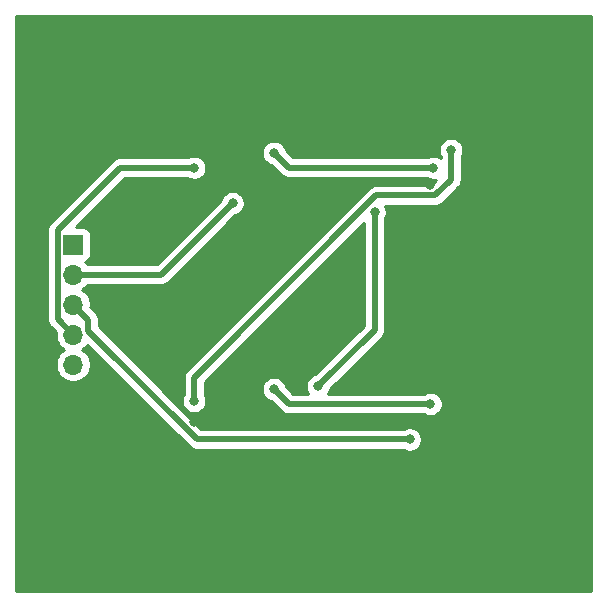
<source format=gbr>
G04 #@! TF.GenerationSoftware,KiCad,Pcbnew,5.1.9+dfsg1-1~bpo10+1*
G04 #@! TF.CreationDate,2021-09-26T19:00:04+00:00*
G04 #@! TF.ProjectId,ws2813-breakout,77733238-3133-42d6-9272-65616b6f7574,rev?*
G04 #@! TF.SameCoordinates,Original*
G04 #@! TF.FileFunction,Copper,L2,Bot*
G04 #@! TF.FilePolarity,Positive*
%FSLAX46Y46*%
G04 Gerber Fmt 4.6, Leading zero omitted, Abs format (unit mm)*
G04 Created by KiCad (PCBNEW 5.1.9+dfsg1-1~bpo10+1) date 2021-09-26 19:00:04*
%MOMM*%
%LPD*%
G01*
G04 APERTURE LIST*
G04 #@! TA.AperFunction,ComponentPad*
%ADD10R,1.700000X1.700000*%
G04 #@! TD*
G04 #@! TA.AperFunction,ComponentPad*
%ADD11O,1.700000X1.700000*%
G04 #@! TD*
G04 #@! TA.AperFunction,ComponentPad*
%ADD12C,5.500000*%
G04 #@! TD*
G04 #@! TA.AperFunction,ViaPad*
%ADD13C,0.800000*%
G04 #@! TD*
G04 #@! TA.AperFunction,Conductor*
%ADD14C,0.500000*%
G04 #@! TD*
G04 #@! TA.AperFunction,Conductor*
%ADD15C,0.254000*%
G04 #@! TD*
G04 #@! TA.AperFunction,Conductor*
%ADD16C,0.100000*%
G04 #@! TD*
G04 APERTURE END LIST*
D10*
X105500000Y-120000000D03*
D11*
X105500000Y-122540000D03*
X105500000Y-125080000D03*
X105500000Y-127620000D03*
X105500000Y-130160000D03*
X105500000Y-132700000D03*
D12*
X105000000Y-145000000D03*
X145000000Y-145000000D03*
X145000000Y-105000000D03*
X105000000Y-105000000D03*
D13*
X115750000Y-135000000D03*
X135750000Y-135000000D03*
X135750000Y-115000000D03*
X115750000Y-115000000D03*
X115750000Y-113500000D03*
X119000000Y-116500000D03*
X122500000Y-112250000D03*
X136000000Y-113500000D03*
X126250000Y-132000000D03*
X131021040Y-117271040D03*
X115750000Y-133250000D03*
X137500000Y-112000000D03*
X122500000Y-132250000D03*
X135750000Y-133500000D03*
X134000000Y-136500000D03*
D14*
X104199999Y-126319999D02*
X105500000Y-127620000D01*
X104199999Y-118789999D02*
X104199999Y-126319999D01*
X109489998Y-113500000D02*
X104199999Y-118789999D01*
X115750000Y-113500000D02*
X109489998Y-113500000D01*
X112960000Y-122540000D02*
X119000000Y-116500000D01*
X105500000Y-122540000D02*
X112960000Y-122540000D01*
X123750000Y-113500000D02*
X136000000Y-113500000D01*
X122500000Y-112250000D02*
X123750000Y-113500000D01*
X131021040Y-127228960D02*
X131021040Y-117271040D01*
X126250000Y-132000000D02*
X131021040Y-127228960D01*
X137500000Y-114508002D02*
X137500000Y-112000000D01*
X136158001Y-115850001D02*
X137500000Y-114508002D01*
X131184077Y-115850001D02*
X136158001Y-115850001D01*
X115750000Y-131284078D02*
X131184077Y-115850001D01*
X115750000Y-133250000D02*
X115750000Y-131284078D01*
X123750000Y-133500000D02*
X135750000Y-133500000D01*
X122500000Y-132250000D02*
X123750000Y-133500000D01*
X106800001Y-126380001D02*
X105500000Y-125080000D01*
X115991998Y-136500000D02*
X106800001Y-127308003D01*
X106800001Y-127308003D02*
X106800001Y-126380001D01*
X134000000Y-136500000D02*
X115991998Y-136500000D01*
D15*
X149340001Y-149340000D02*
X100660000Y-149340000D01*
X100660000Y-118789999D01*
X103310718Y-118789999D01*
X103314999Y-118833468D01*
X103315000Y-126276520D01*
X103310718Y-126319999D01*
X103327804Y-126493489D01*
X103378411Y-126660312D01*
X103460589Y-126814058D01*
X103543467Y-126915045D01*
X103543470Y-126915048D01*
X103571183Y-126948816D01*
X103604950Y-126976528D01*
X104029461Y-127401039D01*
X104015000Y-127473740D01*
X104015000Y-127766260D01*
X104072068Y-128053158D01*
X104184010Y-128323411D01*
X104346525Y-128566632D01*
X104553368Y-128773475D01*
X104727760Y-128890000D01*
X104553368Y-129006525D01*
X104346525Y-129213368D01*
X104184010Y-129456589D01*
X104072068Y-129726842D01*
X104015000Y-130013740D01*
X104015000Y-130306260D01*
X104072068Y-130593158D01*
X104184010Y-130863411D01*
X104346525Y-131106632D01*
X104553368Y-131313475D01*
X104796589Y-131475990D01*
X105066842Y-131587932D01*
X105353740Y-131645000D01*
X105646260Y-131645000D01*
X105933158Y-131587932D01*
X106203411Y-131475990D01*
X106446632Y-131313475D01*
X106653475Y-131106632D01*
X106815990Y-130863411D01*
X106927932Y-130593158D01*
X106985000Y-130306260D01*
X106985000Y-130013740D01*
X106927932Y-129726842D01*
X106815990Y-129456589D01*
X106653475Y-129213368D01*
X106446632Y-129006525D01*
X106272240Y-128890000D01*
X106446632Y-128773475D01*
X106653475Y-128566632D01*
X106714989Y-128474569D01*
X115335468Y-137095049D01*
X115363181Y-137128817D01*
X115396949Y-137156530D01*
X115396951Y-137156532D01*
X115497939Y-137239411D01*
X115651685Y-137321589D01*
X115818508Y-137372195D01*
X115948521Y-137385000D01*
X115948529Y-137385000D01*
X115991998Y-137389281D01*
X116035467Y-137385000D01*
X133461546Y-137385000D01*
X133509744Y-137417205D01*
X133698102Y-137495226D01*
X133898061Y-137535000D01*
X134101939Y-137535000D01*
X134301898Y-137495226D01*
X134490256Y-137417205D01*
X134659774Y-137303937D01*
X134803937Y-137159774D01*
X134917205Y-136990256D01*
X134995226Y-136801898D01*
X135035000Y-136601939D01*
X135035000Y-136398061D01*
X134995226Y-136198102D01*
X134917205Y-136009744D01*
X134803937Y-135840226D01*
X134659774Y-135696063D01*
X134490256Y-135582795D01*
X134301898Y-135504774D01*
X134101939Y-135465000D01*
X133898061Y-135465000D01*
X133698102Y-135504774D01*
X133509744Y-135582795D01*
X133461546Y-135615000D01*
X116358577Y-135615000D01*
X113891638Y-133148061D01*
X114715000Y-133148061D01*
X114715000Y-133351939D01*
X114754774Y-133551898D01*
X114832795Y-133740256D01*
X114946063Y-133909774D01*
X115090226Y-134053937D01*
X115259744Y-134167205D01*
X115448102Y-134245226D01*
X115648061Y-134285000D01*
X115851939Y-134285000D01*
X116051898Y-134245226D01*
X116240256Y-134167205D01*
X116409774Y-134053937D01*
X116553937Y-133909774D01*
X116667205Y-133740256D01*
X116745226Y-133551898D01*
X116785000Y-133351939D01*
X116785000Y-133148061D01*
X116745226Y-132948102D01*
X116667205Y-132759744D01*
X116635000Y-132711546D01*
X116635000Y-131650656D01*
X130136041Y-118149616D01*
X130136040Y-126862381D01*
X126004957Y-130993465D01*
X125948102Y-131004774D01*
X125759744Y-131082795D01*
X125590226Y-131196063D01*
X125446063Y-131340226D01*
X125332795Y-131509744D01*
X125254774Y-131698102D01*
X125215000Y-131898061D01*
X125215000Y-132101939D01*
X125254774Y-132301898D01*
X125332795Y-132490256D01*
X125416146Y-132615000D01*
X124116579Y-132615000D01*
X123506535Y-132004957D01*
X123495226Y-131948102D01*
X123417205Y-131759744D01*
X123303937Y-131590226D01*
X123159774Y-131446063D01*
X122990256Y-131332795D01*
X122801898Y-131254774D01*
X122601939Y-131215000D01*
X122398061Y-131215000D01*
X122198102Y-131254774D01*
X122009744Y-131332795D01*
X121840226Y-131446063D01*
X121696063Y-131590226D01*
X121582795Y-131759744D01*
X121504774Y-131948102D01*
X121465000Y-132148061D01*
X121465000Y-132351939D01*
X121504774Y-132551898D01*
X121582795Y-132740256D01*
X121696063Y-132909774D01*
X121840226Y-133053937D01*
X122009744Y-133167205D01*
X122198102Y-133245226D01*
X122254957Y-133256535D01*
X123093470Y-134095049D01*
X123121183Y-134128817D01*
X123154951Y-134156530D01*
X123154953Y-134156532D01*
X123226452Y-134215210D01*
X123255941Y-134239411D01*
X123409687Y-134321589D01*
X123525903Y-134356843D01*
X123576509Y-134372195D01*
X123591306Y-134373652D01*
X123706523Y-134385000D01*
X123706531Y-134385000D01*
X123750000Y-134389281D01*
X123793469Y-134385000D01*
X135211546Y-134385000D01*
X135259744Y-134417205D01*
X135448102Y-134495226D01*
X135648061Y-134535000D01*
X135851939Y-134535000D01*
X136051898Y-134495226D01*
X136240256Y-134417205D01*
X136409774Y-134303937D01*
X136553937Y-134159774D01*
X136667205Y-133990256D01*
X136745226Y-133801898D01*
X136785000Y-133601939D01*
X136785000Y-133398061D01*
X136745226Y-133198102D01*
X136667205Y-133009744D01*
X136553937Y-132840226D01*
X136409774Y-132696063D01*
X136240256Y-132582795D01*
X136051898Y-132504774D01*
X135851939Y-132465000D01*
X135648061Y-132465000D01*
X135448102Y-132504774D01*
X135259744Y-132582795D01*
X135211546Y-132615000D01*
X127083854Y-132615000D01*
X127167205Y-132490256D01*
X127245226Y-132301898D01*
X127256535Y-132245043D01*
X131616091Y-127885488D01*
X131649857Y-127857777D01*
X131695583Y-127802061D01*
X131760450Y-127723020D01*
X131760451Y-127723019D01*
X131842629Y-127569273D01*
X131893235Y-127402450D01*
X131906040Y-127272437D01*
X131906040Y-127272427D01*
X131910321Y-127228961D01*
X131906040Y-127185495D01*
X131906040Y-117809494D01*
X131938245Y-117761296D01*
X132016266Y-117572938D01*
X132056040Y-117372979D01*
X132056040Y-117169101D01*
X132016266Y-116969142D01*
X131938245Y-116780784D01*
X131907654Y-116735001D01*
X136114532Y-116735001D01*
X136158001Y-116739282D01*
X136201470Y-116735001D01*
X136201478Y-116735001D01*
X136331491Y-116722196D01*
X136498314Y-116671590D01*
X136652060Y-116589412D01*
X136786818Y-116478818D01*
X136814535Y-116445045D01*
X138095050Y-115164531D01*
X138128817Y-115136819D01*
X138239411Y-115002061D01*
X138321589Y-114848315D01*
X138372195Y-114681492D01*
X138385000Y-114551479D01*
X138385000Y-114551469D01*
X138389281Y-114508003D01*
X138385000Y-114464537D01*
X138385000Y-112538454D01*
X138417205Y-112490256D01*
X138495226Y-112301898D01*
X138535000Y-112101939D01*
X138535000Y-111898061D01*
X138495226Y-111698102D01*
X138417205Y-111509744D01*
X138303937Y-111340226D01*
X138159774Y-111196063D01*
X137990256Y-111082795D01*
X137801898Y-111004774D01*
X137601939Y-110965000D01*
X137398061Y-110965000D01*
X137198102Y-111004774D01*
X137009744Y-111082795D01*
X136840226Y-111196063D01*
X136696063Y-111340226D01*
X136582795Y-111509744D01*
X136504774Y-111698102D01*
X136465000Y-111898061D01*
X136465000Y-112101939D01*
X136504774Y-112301898D01*
X136582795Y-112490256D01*
X136615001Y-112538455D01*
X136615001Y-112666147D01*
X136490256Y-112582795D01*
X136301898Y-112504774D01*
X136101939Y-112465000D01*
X135898061Y-112465000D01*
X135698102Y-112504774D01*
X135509744Y-112582795D01*
X135461546Y-112615000D01*
X124116579Y-112615000D01*
X123506535Y-112004957D01*
X123495226Y-111948102D01*
X123417205Y-111759744D01*
X123303937Y-111590226D01*
X123159774Y-111446063D01*
X122990256Y-111332795D01*
X122801898Y-111254774D01*
X122601939Y-111215000D01*
X122398061Y-111215000D01*
X122198102Y-111254774D01*
X122009744Y-111332795D01*
X121840226Y-111446063D01*
X121696063Y-111590226D01*
X121582795Y-111759744D01*
X121504774Y-111948102D01*
X121465000Y-112148061D01*
X121465000Y-112351939D01*
X121504774Y-112551898D01*
X121582795Y-112740256D01*
X121696063Y-112909774D01*
X121840226Y-113053937D01*
X122009744Y-113167205D01*
X122198102Y-113245226D01*
X122254957Y-113256535D01*
X123093468Y-114095047D01*
X123121183Y-114128817D01*
X123154951Y-114156530D01*
X123154953Y-114156532D01*
X123168548Y-114167689D01*
X123255941Y-114239411D01*
X123409687Y-114321589D01*
X123525903Y-114356843D01*
X123576509Y-114372195D01*
X123591306Y-114373652D01*
X123706523Y-114385000D01*
X123706531Y-114385000D01*
X123750000Y-114389281D01*
X123793469Y-114385000D01*
X135461546Y-114385000D01*
X135509744Y-114417205D01*
X135698102Y-114495226D01*
X135898061Y-114535000D01*
X136101939Y-114535000D01*
X136251092Y-114505332D01*
X135791423Y-114965001D01*
X131227543Y-114965001D01*
X131184076Y-114960720D01*
X131140610Y-114965001D01*
X131140600Y-114965001D01*
X131010587Y-114977806D01*
X130843764Y-115028412D01*
X130690018Y-115110590D01*
X130690016Y-115110591D01*
X130690017Y-115110591D01*
X130589030Y-115193469D01*
X130589028Y-115193471D01*
X130555260Y-115221184D01*
X130527547Y-115254952D01*
X115154952Y-130627548D01*
X115121184Y-130655261D01*
X115093471Y-130689029D01*
X115093468Y-130689032D01*
X115010590Y-130790019D01*
X114928412Y-130943765D01*
X114877805Y-131110588D01*
X114860719Y-131284078D01*
X114865001Y-131327557D01*
X114865000Y-132711545D01*
X114832795Y-132759744D01*
X114754774Y-132948102D01*
X114715000Y-133148061D01*
X113891638Y-133148061D01*
X107685001Y-126941425D01*
X107685001Y-126423467D01*
X107689282Y-126380000D01*
X107685001Y-126336534D01*
X107685001Y-126336524D01*
X107672196Y-126206511D01*
X107621590Y-126039688D01*
X107539412Y-125885942D01*
X107428818Y-125751184D01*
X107395050Y-125723471D01*
X106970539Y-125298960D01*
X106985000Y-125226260D01*
X106985000Y-124933740D01*
X106927932Y-124646842D01*
X106815990Y-124376589D01*
X106653475Y-124133368D01*
X106446632Y-123926525D01*
X106272240Y-123810000D01*
X106446632Y-123693475D01*
X106653475Y-123486632D01*
X106694656Y-123425000D01*
X112916531Y-123425000D01*
X112960000Y-123429281D01*
X113003469Y-123425000D01*
X113003477Y-123425000D01*
X113133490Y-123412195D01*
X113300313Y-123361589D01*
X113454059Y-123279411D01*
X113588817Y-123168817D01*
X113616534Y-123135044D01*
X119245044Y-117506535D01*
X119301898Y-117495226D01*
X119490256Y-117417205D01*
X119659774Y-117303937D01*
X119803937Y-117159774D01*
X119917205Y-116990256D01*
X119995226Y-116801898D01*
X120035000Y-116601939D01*
X120035000Y-116398061D01*
X119995226Y-116198102D01*
X119917205Y-116009744D01*
X119803937Y-115840226D01*
X119659774Y-115696063D01*
X119490256Y-115582795D01*
X119301898Y-115504774D01*
X119101939Y-115465000D01*
X118898061Y-115465000D01*
X118698102Y-115504774D01*
X118509744Y-115582795D01*
X118340226Y-115696063D01*
X118196063Y-115840226D01*
X118082795Y-116009744D01*
X118004774Y-116198102D01*
X117993465Y-116254956D01*
X112593422Y-121655000D01*
X106694656Y-121655000D01*
X106653475Y-121593368D01*
X106521620Y-121461513D01*
X106594180Y-121439502D01*
X106704494Y-121380537D01*
X106801185Y-121301185D01*
X106880537Y-121204494D01*
X106939502Y-121094180D01*
X106975812Y-120974482D01*
X106988072Y-120850000D01*
X106988072Y-119150000D01*
X106975812Y-119025518D01*
X106939502Y-118905820D01*
X106880537Y-118795506D01*
X106801185Y-118698815D01*
X106704494Y-118619463D01*
X106594180Y-118560498D01*
X106474482Y-118524188D01*
X106350000Y-118511928D01*
X105729648Y-118511928D01*
X109856577Y-114385000D01*
X115211546Y-114385000D01*
X115259744Y-114417205D01*
X115448102Y-114495226D01*
X115648061Y-114535000D01*
X115851939Y-114535000D01*
X116051898Y-114495226D01*
X116240256Y-114417205D01*
X116409774Y-114303937D01*
X116553937Y-114159774D01*
X116667205Y-113990256D01*
X116745226Y-113801898D01*
X116785000Y-113601939D01*
X116785000Y-113398061D01*
X116745226Y-113198102D01*
X116667205Y-113009744D01*
X116553937Y-112840226D01*
X116409774Y-112696063D01*
X116240256Y-112582795D01*
X116051898Y-112504774D01*
X115851939Y-112465000D01*
X115648061Y-112465000D01*
X115448102Y-112504774D01*
X115259744Y-112582795D01*
X115211546Y-112615000D01*
X109533463Y-112615000D01*
X109489997Y-112610719D01*
X109446531Y-112615000D01*
X109446521Y-112615000D01*
X109316508Y-112627805D01*
X109149685Y-112678411D01*
X108995939Y-112760589D01*
X108995937Y-112760590D01*
X108995938Y-112760590D01*
X108894951Y-112843468D01*
X108894949Y-112843470D01*
X108861181Y-112871183D01*
X108833468Y-112904951D01*
X103604955Y-118133465D01*
X103571182Y-118161182D01*
X103460588Y-118295941D01*
X103378410Y-118449687D01*
X103327804Y-118616510D01*
X103314999Y-118746523D01*
X103314999Y-118746530D01*
X103310718Y-118789999D01*
X100660000Y-118789999D01*
X100660000Y-100660000D01*
X149340000Y-100660000D01*
X149340001Y-149340000D01*
G04 #@! TA.AperFunction,Conductor*
D16*
G36*
X149340001Y-149340000D02*
G01*
X100660000Y-149340000D01*
X100660000Y-118789999D01*
X103310718Y-118789999D01*
X103314999Y-118833468D01*
X103315000Y-126276520D01*
X103310718Y-126319999D01*
X103327804Y-126493489D01*
X103378411Y-126660312D01*
X103460589Y-126814058D01*
X103543467Y-126915045D01*
X103543470Y-126915048D01*
X103571183Y-126948816D01*
X103604950Y-126976528D01*
X104029461Y-127401039D01*
X104015000Y-127473740D01*
X104015000Y-127766260D01*
X104072068Y-128053158D01*
X104184010Y-128323411D01*
X104346525Y-128566632D01*
X104553368Y-128773475D01*
X104727760Y-128890000D01*
X104553368Y-129006525D01*
X104346525Y-129213368D01*
X104184010Y-129456589D01*
X104072068Y-129726842D01*
X104015000Y-130013740D01*
X104015000Y-130306260D01*
X104072068Y-130593158D01*
X104184010Y-130863411D01*
X104346525Y-131106632D01*
X104553368Y-131313475D01*
X104796589Y-131475990D01*
X105066842Y-131587932D01*
X105353740Y-131645000D01*
X105646260Y-131645000D01*
X105933158Y-131587932D01*
X106203411Y-131475990D01*
X106446632Y-131313475D01*
X106653475Y-131106632D01*
X106815990Y-130863411D01*
X106927932Y-130593158D01*
X106985000Y-130306260D01*
X106985000Y-130013740D01*
X106927932Y-129726842D01*
X106815990Y-129456589D01*
X106653475Y-129213368D01*
X106446632Y-129006525D01*
X106272240Y-128890000D01*
X106446632Y-128773475D01*
X106653475Y-128566632D01*
X106714989Y-128474569D01*
X115335468Y-137095049D01*
X115363181Y-137128817D01*
X115396949Y-137156530D01*
X115396951Y-137156532D01*
X115497939Y-137239411D01*
X115651685Y-137321589D01*
X115818508Y-137372195D01*
X115948521Y-137385000D01*
X115948529Y-137385000D01*
X115991998Y-137389281D01*
X116035467Y-137385000D01*
X133461546Y-137385000D01*
X133509744Y-137417205D01*
X133698102Y-137495226D01*
X133898061Y-137535000D01*
X134101939Y-137535000D01*
X134301898Y-137495226D01*
X134490256Y-137417205D01*
X134659774Y-137303937D01*
X134803937Y-137159774D01*
X134917205Y-136990256D01*
X134995226Y-136801898D01*
X135035000Y-136601939D01*
X135035000Y-136398061D01*
X134995226Y-136198102D01*
X134917205Y-136009744D01*
X134803937Y-135840226D01*
X134659774Y-135696063D01*
X134490256Y-135582795D01*
X134301898Y-135504774D01*
X134101939Y-135465000D01*
X133898061Y-135465000D01*
X133698102Y-135504774D01*
X133509744Y-135582795D01*
X133461546Y-135615000D01*
X116358577Y-135615000D01*
X113891638Y-133148061D01*
X114715000Y-133148061D01*
X114715000Y-133351939D01*
X114754774Y-133551898D01*
X114832795Y-133740256D01*
X114946063Y-133909774D01*
X115090226Y-134053937D01*
X115259744Y-134167205D01*
X115448102Y-134245226D01*
X115648061Y-134285000D01*
X115851939Y-134285000D01*
X116051898Y-134245226D01*
X116240256Y-134167205D01*
X116409774Y-134053937D01*
X116553937Y-133909774D01*
X116667205Y-133740256D01*
X116745226Y-133551898D01*
X116785000Y-133351939D01*
X116785000Y-133148061D01*
X116745226Y-132948102D01*
X116667205Y-132759744D01*
X116635000Y-132711546D01*
X116635000Y-131650656D01*
X130136041Y-118149616D01*
X130136040Y-126862381D01*
X126004957Y-130993465D01*
X125948102Y-131004774D01*
X125759744Y-131082795D01*
X125590226Y-131196063D01*
X125446063Y-131340226D01*
X125332795Y-131509744D01*
X125254774Y-131698102D01*
X125215000Y-131898061D01*
X125215000Y-132101939D01*
X125254774Y-132301898D01*
X125332795Y-132490256D01*
X125416146Y-132615000D01*
X124116579Y-132615000D01*
X123506535Y-132004957D01*
X123495226Y-131948102D01*
X123417205Y-131759744D01*
X123303937Y-131590226D01*
X123159774Y-131446063D01*
X122990256Y-131332795D01*
X122801898Y-131254774D01*
X122601939Y-131215000D01*
X122398061Y-131215000D01*
X122198102Y-131254774D01*
X122009744Y-131332795D01*
X121840226Y-131446063D01*
X121696063Y-131590226D01*
X121582795Y-131759744D01*
X121504774Y-131948102D01*
X121465000Y-132148061D01*
X121465000Y-132351939D01*
X121504774Y-132551898D01*
X121582795Y-132740256D01*
X121696063Y-132909774D01*
X121840226Y-133053937D01*
X122009744Y-133167205D01*
X122198102Y-133245226D01*
X122254957Y-133256535D01*
X123093470Y-134095049D01*
X123121183Y-134128817D01*
X123154951Y-134156530D01*
X123154953Y-134156532D01*
X123226452Y-134215210D01*
X123255941Y-134239411D01*
X123409687Y-134321589D01*
X123525903Y-134356843D01*
X123576509Y-134372195D01*
X123591306Y-134373652D01*
X123706523Y-134385000D01*
X123706531Y-134385000D01*
X123750000Y-134389281D01*
X123793469Y-134385000D01*
X135211546Y-134385000D01*
X135259744Y-134417205D01*
X135448102Y-134495226D01*
X135648061Y-134535000D01*
X135851939Y-134535000D01*
X136051898Y-134495226D01*
X136240256Y-134417205D01*
X136409774Y-134303937D01*
X136553937Y-134159774D01*
X136667205Y-133990256D01*
X136745226Y-133801898D01*
X136785000Y-133601939D01*
X136785000Y-133398061D01*
X136745226Y-133198102D01*
X136667205Y-133009744D01*
X136553937Y-132840226D01*
X136409774Y-132696063D01*
X136240256Y-132582795D01*
X136051898Y-132504774D01*
X135851939Y-132465000D01*
X135648061Y-132465000D01*
X135448102Y-132504774D01*
X135259744Y-132582795D01*
X135211546Y-132615000D01*
X127083854Y-132615000D01*
X127167205Y-132490256D01*
X127245226Y-132301898D01*
X127256535Y-132245043D01*
X131616091Y-127885488D01*
X131649857Y-127857777D01*
X131695583Y-127802061D01*
X131760450Y-127723020D01*
X131760451Y-127723019D01*
X131842629Y-127569273D01*
X131893235Y-127402450D01*
X131906040Y-127272437D01*
X131906040Y-127272427D01*
X131910321Y-127228961D01*
X131906040Y-127185495D01*
X131906040Y-117809494D01*
X131938245Y-117761296D01*
X132016266Y-117572938D01*
X132056040Y-117372979D01*
X132056040Y-117169101D01*
X132016266Y-116969142D01*
X131938245Y-116780784D01*
X131907654Y-116735001D01*
X136114532Y-116735001D01*
X136158001Y-116739282D01*
X136201470Y-116735001D01*
X136201478Y-116735001D01*
X136331491Y-116722196D01*
X136498314Y-116671590D01*
X136652060Y-116589412D01*
X136786818Y-116478818D01*
X136814535Y-116445045D01*
X138095050Y-115164531D01*
X138128817Y-115136819D01*
X138239411Y-115002061D01*
X138321589Y-114848315D01*
X138372195Y-114681492D01*
X138385000Y-114551479D01*
X138385000Y-114551469D01*
X138389281Y-114508003D01*
X138385000Y-114464537D01*
X138385000Y-112538454D01*
X138417205Y-112490256D01*
X138495226Y-112301898D01*
X138535000Y-112101939D01*
X138535000Y-111898061D01*
X138495226Y-111698102D01*
X138417205Y-111509744D01*
X138303937Y-111340226D01*
X138159774Y-111196063D01*
X137990256Y-111082795D01*
X137801898Y-111004774D01*
X137601939Y-110965000D01*
X137398061Y-110965000D01*
X137198102Y-111004774D01*
X137009744Y-111082795D01*
X136840226Y-111196063D01*
X136696063Y-111340226D01*
X136582795Y-111509744D01*
X136504774Y-111698102D01*
X136465000Y-111898061D01*
X136465000Y-112101939D01*
X136504774Y-112301898D01*
X136582795Y-112490256D01*
X136615001Y-112538455D01*
X136615001Y-112666147D01*
X136490256Y-112582795D01*
X136301898Y-112504774D01*
X136101939Y-112465000D01*
X135898061Y-112465000D01*
X135698102Y-112504774D01*
X135509744Y-112582795D01*
X135461546Y-112615000D01*
X124116579Y-112615000D01*
X123506535Y-112004957D01*
X123495226Y-111948102D01*
X123417205Y-111759744D01*
X123303937Y-111590226D01*
X123159774Y-111446063D01*
X122990256Y-111332795D01*
X122801898Y-111254774D01*
X122601939Y-111215000D01*
X122398061Y-111215000D01*
X122198102Y-111254774D01*
X122009744Y-111332795D01*
X121840226Y-111446063D01*
X121696063Y-111590226D01*
X121582795Y-111759744D01*
X121504774Y-111948102D01*
X121465000Y-112148061D01*
X121465000Y-112351939D01*
X121504774Y-112551898D01*
X121582795Y-112740256D01*
X121696063Y-112909774D01*
X121840226Y-113053937D01*
X122009744Y-113167205D01*
X122198102Y-113245226D01*
X122254957Y-113256535D01*
X123093468Y-114095047D01*
X123121183Y-114128817D01*
X123154951Y-114156530D01*
X123154953Y-114156532D01*
X123168548Y-114167689D01*
X123255941Y-114239411D01*
X123409687Y-114321589D01*
X123525903Y-114356843D01*
X123576509Y-114372195D01*
X123591306Y-114373652D01*
X123706523Y-114385000D01*
X123706531Y-114385000D01*
X123750000Y-114389281D01*
X123793469Y-114385000D01*
X135461546Y-114385000D01*
X135509744Y-114417205D01*
X135698102Y-114495226D01*
X135898061Y-114535000D01*
X136101939Y-114535000D01*
X136251092Y-114505332D01*
X135791423Y-114965001D01*
X131227543Y-114965001D01*
X131184076Y-114960720D01*
X131140610Y-114965001D01*
X131140600Y-114965001D01*
X131010587Y-114977806D01*
X130843764Y-115028412D01*
X130690018Y-115110590D01*
X130690016Y-115110591D01*
X130690017Y-115110591D01*
X130589030Y-115193469D01*
X130589028Y-115193471D01*
X130555260Y-115221184D01*
X130527547Y-115254952D01*
X115154952Y-130627548D01*
X115121184Y-130655261D01*
X115093471Y-130689029D01*
X115093468Y-130689032D01*
X115010590Y-130790019D01*
X114928412Y-130943765D01*
X114877805Y-131110588D01*
X114860719Y-131284078D01*
X114865001Y-131327557D01*
X114865000Y-132711545D01*
X114832795Y-132759744D01*
X114754774Y-132948102D01*
X114715000Y-133148061D01*
X113891638Y-133148061D01*
X107685001Y-126941425D01*
X107685001Y-126423467D01*
X107689282Y-126380000D01*
X107685001Y-126336534D01*
X107685001Y-126336524D01*
X107672196Y-126206511D01*
X107621590Y-126039688D01*
X107539412Y-125885942D01*
X107428818Y-125751184D01*
X107395050Y-125723471D01*
X106970539Y-125298960D01*
X106985000Y-125226260D01*
X106985000Y-124933740D01*
X106927932Y-124646842D01*
X106815990Y-124376589D01*
X106653475Y-124133368D01*
X106446632Y-123926525D01*
X106272240Y-123810000D01*
X106446632Y-123693475D01*
X106653475Y-123486632D01*
X106694656Y-123425000D01*
X112916531Y-123425000D01*
X112960000Y-123429281D01*
X113003469Y-123425000D01*
X113003477Y-123425000D01*
X113133490Y-123412195D01*
X113300313Y-123361589D01*
X113454059Y-123279411D01*
X113588817Y-123168817D01*
X113616534Y-123135044D01*
X119245044Y-117506535D01*
X119301898Y-117495226D01*
X119490256Y-117417205D01*
X119659774Y-117303937D01*
X119803937Y-117159774D01*
X119917205Y-116990256D01*
X119995226Y-116801898D01*
X120035000Y-116601939D01*
X120035000Y-116398061D01*
X119995226Y-116198102D01*
X119917205Y-116009744D01*
X119803937Y-115840226D01*
X119659774Y-115696063D01*
X119490256Y-115582795D01*
X119301898Y-115504774D01*
X119101939Y-115465000D01*
X118898061Y-115465000D01*
X118698102Y-115504774D01*
X118509744Y-115582795D01*
X118340226Y-115696063D01*
X118196063Y-115840226D01*
X118082795Y-116009744D01*
X118004774Y-116198102D01*
X117993465Y-116254956D01*
X112593422Y-121655000D01*
X106694656Y-121655000D01*
X106653475Y-121593368D01*
X106521620Y-121461513D01*
X106594180Y-121439502D01*
X106704494Y-121380537D01*
X106801185Y-121301185D01*
X106880537Y-121204494D01*
X106939502Y-121094180D01*
X106975812Y-120974482D01*
X106988072Y-120850000D01*
X106988072Y-119150000D01*
X106975812Y-119025518D01*
X106939502Y-118905820D01*
X106880537Y-118795506D01*
X106801185Y-118698815D01*
X106704494Y-118619463D01*
X106594180Y-118560498D01*
X106474482Y-118524188D01*
X106350000Y-118511928D01*
X105729648Y-118511928D01*
X109856577Y-114385000D01*
X115211546Y-114385000D01*
X115259744Y-114417205D01*
X115448102Y-114495226D01*
X115648061Y-114535000D01*
X115851939Y-114535000D01*
X116051898Y-114495226D01*
X116240256Y-114417205D01*
X116409774Y-114303937D01*
X116553937Y-114159774D01*
X116667205Y-113990256D01*
X116745226Y-113801898D01*
X116785000Y-113601939D01*
X116785000Y-113398061D01*
X116745226Y-113198102D01*
X116667205Y-113009744D01*
X116553937Y-112840226D01*
X116409774Y-112696063D01*
X116240256Y-112582795D01*
X116051898Y-112504774D01*
X115851939Y-112465000D01*
X115648061Y-112465000D01*
X115448102Y-112504774D01*
X115259744Y-112582795D01*
X115211546Y-112615000D01*
X109533463Y-112615000D01*
X109489997Y-112610719D01*
X109446531Y-112615000D01*
X109446521Y-112615000D01*
X109316508Y-112627805D01*
X109149685Y-112678411D01*
X108995939Y-112760589D01*
X108995937Y-112760590D01*
X108995938Y-112760590D01*
X108894951Y-112843468D01*
X108894949Y-112843470D01*
X108861181Y-112871183D01*
X108833468Y-112904951D01*
X103604955Y-118133465D01*
X103571182Y-118161182D01*
X103460588Y-118295941D01*
X103378410Y-118449687D01*
X103327804Y-118616510D01*
X103314999Y-118746523D01*
X103314999Y-118746530D01*
X103310718Y-118789999D01*
X100660000Y-118789999D01*
X100660000Y-100660000D01*
X149340000Y-100660000D01*
X149340001Y-149340000D01*
G37*
G04 #@! TD.AperFunction*
M02*

</source>
